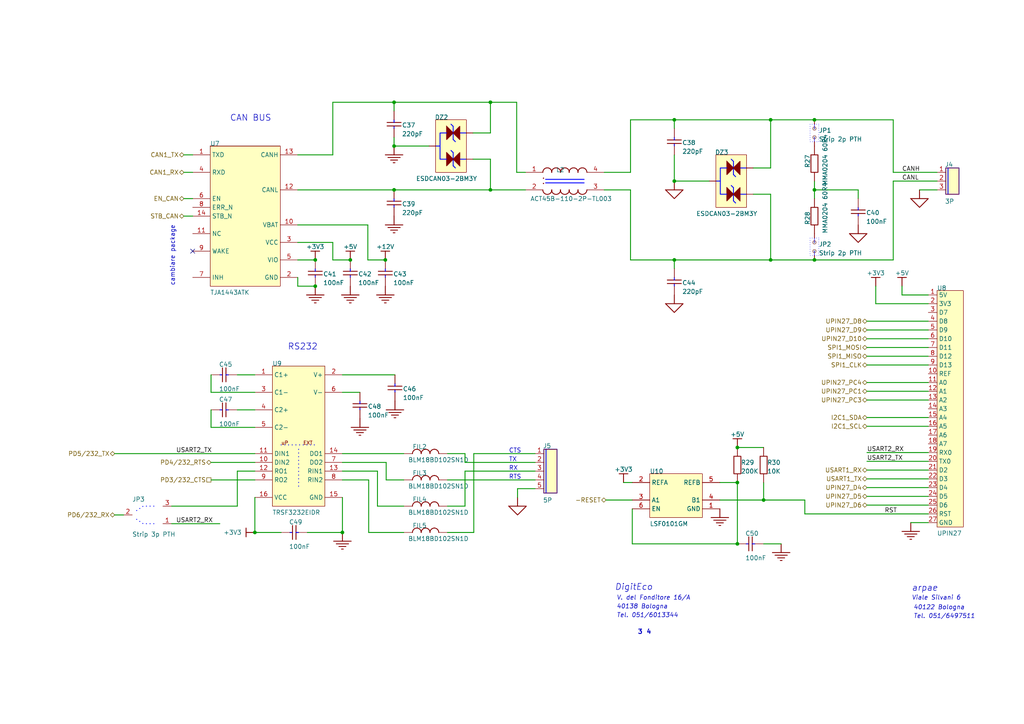
<source format=kicad_sch>
(kicad_sch (version 20230121) (generator eeschema)
  (paper "A4")
  (title_block (title "Stima V4-Master") (rev "1.0"))
  (lib_symbols
    (symbol "Stima V4 Master-altium-import:+12V" (power)
      (property "Reference" "#PWR" (at 0 0 0))
      (property "Value" "+12V" (at 0 3.81 0))
      (symbol "+12V_0_0"
        (polyline (pts (xy -1.27 -2.54) (xy 1.27 -2.54)) (stroke (width 0.254)))
        (polyline (pts (xy 0 0) (xy 0 -2.54)) (stroke (width 0.254)))
        (pin power_in line (at 0 0 0) (length 0) hide (name "+12V") (number ""))
      )
    )
    (symbol "Stima V4 Master-altium-import:+3V3" (power)
      (property "Reference" "#PWR" (at 0 0 0))
      (property "Value" "+3V3" (at 0 3.81 0))
      (symbol "+3V3_0_0"
        (polyline (pts (xy -1.27 -2.54) (xy 1.27 -2.54)) (stroke (width 0.254)))
        (polyline (pts (xy 0 0) (xy 0 -2.54)) (stroke (width 0.254)))
        (pin power_in line (at 0 0 0) (length 0) hide (name "+3V3") (number ""))
      )
    )
    (symbol "Stima V4 Master-altium-import:+5V" (power)
      (property "Reference" "#PWR" (at 0 0 0))
      (property "Value" "+5V" (at 0 3.81 0))
      (symbol "+5V_0_0"
        (polyline (pts (xy -1.27 -2.54) (xy 1.27 -2.54)) (stroke (width 0.254)))
        (polyline (pts (xy 0 0) (xy 0 -2.54)) (stroke (width 0.254)))
        (pin power_in line (at 0 0 0) (length 0) hide (name "+5V") (number ""))
      )
    )
    (symbol "Stima V4 Master-altium-import:EGND" (power)
      (property "Reference" "#PWR" (at 0 0 0))
      (property "Value" "EGND" (at 0 6.35 0))
      (symbol "EGND_0_0"
        (polyline (pts (xy 0 0) (xy 0 -2.54)) (stroke (width 0.254)))
        (polyline (pts (xy -2.54 -2.54) (xy 2.54 -2.54) (xy 0 -5.08) (xy -2.54 -2.54)) (stroke (width 0.254)))
        (pin power_in line (at 0 0 0) (length 0) hide (name "EGND") (number ""))
      )
    )
    (symbol "Stima V4 Master-altium-import:GND" (power)
      (property "Reference" "#PWR" (at 0 0 0))
      (property "Value" "GND" (at 0 6.35 0))
      (symbol "GND_0_0"
        (polyline (pts (xy -2.54 -2.54) (xy 2.54 -2.54)) (stroke (width 0.254)))
        (polyline (pts (xy -1.778 -3.302) (xy 1.778 -3.302)) (stroke (width 0.254)))
        (polyline (pts (xy -1.016 -4.064) (xy 1.016 -4.064)) (stroke (width 0.254)))
        (polyline (pts (xy -0.254 -4.826) (xy 0.254 -4.826)) (stroke (width 0.254)))
        (polyline (pts (xy 0 0) (xy 0 -2.54)) (stroke (width 0.254)))
        (pin power_in line (at 0 0 0) (length 0) hide (name "GND") (number ""))
      )
    )
    (symbol "Stima V4 Master-altium-import:root_0_ACT45B TDK"
      (symbol "root_0_ACT45B TDK_1_0"
        (polyline (pts (xy 5.842 -3.048) (xy 17.018 -3.048)) (stroke (width 0.254) (color 0 0 255 1)))
        (polyline (pts (xy 5.842 -2.032) (xy 17.018 -2.032)) (stroke (width 0.254) (color 0 0 255 1)))
        (arc (start 5.0421 -5.0955) (mid 6.3606 -6.3879) (end 7.658 -5.0743) (stroke (width 0.254)))
        (arc (start 7.5821 -5.0955) (mid 8.9006 -6.3879) (end 10.198 -5.0743) (stroke (width 0.254)))
        (arc (start 7.6579 0.0155) (mid 6.3394 1.3079) (end 5.042 -0.0057) (stroke (width 0.254)))
        (arc (start 10.1221 -5.0955) (mid 11.4406 -6.3879) (end 12.738 -5.0743) (stroke (width 0.254)))
        (arc (start 10.1979 0.0155) (mid 8.8794 1.3079) (end 7.582 -0.0057) (stroke (width 0.254)))
        (arc (start 12.6621 -5.0955) (mid 13.9806 -6.3879) (end 15.278 -5.0743) (stroke (width 0.254)))
        (arc (start 12.7379 0.0155) (mid 11.4194 1.3079) (end 10.122 -0.0057) (stroke (width 0.254)))
        (arc (start 15.2021 -5.0955) (mid 16.5206 -6.3879) (end 17.818 -5.0743) (stroke (width 0.254)))
        (arc (start 15.2779 0.0155) (mid 13.9594 1.3079) (end 12.662 -0.0057) (stroke (width 0.254)))
        (arc (start 17.8179 0.0155) (mid 16.4994 1.3079) (end 15.202 -0.0057) (stroke (width 0.254)))
        (text "." (at 5.588 -3.81 900) (effects (font (size 2.032 2.032)) (justify left bottom)))
        (text "." (at 5.588 -2.286 900) (effects (font (size 2.032 2.032)) (justify left bottom)))
        (pin passive line (at 0 0 0) (length 5.08) (name "1") (number "1"))
        (pin passive line (at 0 -5.08 0) (length 5.08) (name "2") (number "2"))
        (pin passive line (at 22.86 -5.08 180) (length 5.08) (name "3") (number "3"))
        (pin passive line (at 22.86 0 180) (length 5.08) (name "4") (number "4"))
      )
    )
    (symbol "Stima V4 Master-altium-import:root_0_BLM18BD"
      (symbol "root_0_BLM18BD_1_0"
        (arc (start 1.27 -1.27) (mid 0.372 -1.642) (end 0 -2.54) (stroke (width 0.254)))
        (arc (start 2.54 -2.54) (mid 2.168 -1.642) (end 1.27 -1.27) (stroke (width 0.254)))
        (arc (start 3.81 -1.27) (mid 2.912 -1.642) (end 2.54 -2.54) (stroke (width 0.254)))
        (arc (start 5.08 -2.54) (mid 4.708 -1.642) (end 3.81 -1.27) (stroke (width 0.254)))
        (arc (start 6.35 -1.27) (mid 5.452 -1.642) (end 5.08 -2.54) (stroke (width 0.254)))
        (arc (start 7.62 -2.54) (mid 7.248 -1.642) (end 6.35 -1.27) (stroke (width 0.254)))
        (pin passive line (at -2.54 -2.54 0) (length 2.54) (name "1") (number "1"))
        (pin passive line (at 10.16 -2.54 180) (length 2.54) (name "2") (number "2"))
      )
    )
    (symbol "Stima V4 Master-altium-import:root_0_C0603"
      (symbol "root_0_C0603_1_0"
        (polyline (pts (xy -2.032 -0.762) (xy 2.032 -0.762)) (stroke (width 0.254)))
        (polyline (pts (xy 0 -2.54) (xy 0 -1.778)) (stroke (width 0.254) (color 0 0 255 1)))
        (polyline (pts (xy 0 0) (xy 0 -0.762)) (stroke (width 0.254) (color 0 0 255 1)))
        (polyline (pts (xy 2.032 -1.778) (xy -2.032 -1.778)) (stroke (width 0.254)))
        (pin passive line (at 0 2.54 270) (length 2.54) (name "1") (number "1"))
        (pin passive line (at 0 -5.08 90) (length 2.54) (name "2") (number "2"))
      )
    )
    (symbol "Stima V4 Master-altium-import:root_0_JUMP1"
      (symbol "root_0_JUMP1_1_0"
        (polyline (pts (xy 1.27 -3.81) (xy 1.27 -5.08)) (stroke (width 0) (color 0 0 255 1)))
        (polyline (pts (xy 1.27 -1.27) (xy 1.27 0)) (stroke (width 0) (color 0 0 255 1)))
        (polyline (pts (xy 2.54 0) (xy 0 0) (xy 0 -5.08) (xy 2.54 -5.08) (xy 2.54 0)) (stroke (width 0) (type dot) (color 0 0 255 1)))
        (circle (center 1.27 -3.81) (radius 0.508) (stroke (width 0.0001)) (fill (type color) (color 192 192 192 1)))
        (circle (center 1.27 -1.27) (radius 0.508) (stroke (width 0.0001)) (fill (type color) (color 192 192 192 1)))
        (pin passive line (at 1.27 1.27 270) (length 1.27) (name "") (number "1"))
        (pin passive line (at 1.27 -6.35 90) (length 1.27) (name "") (number "2"))
      )
    )
    (symbol "Stima V4 Master-altium-import:root_0_LSF0101"
      (symbol "root_0_LSF0101_1_0"
        (rectangle (start 15.24 0) (end 0 -12.7) (fill (type background)))
        (pin power_in line (at 20.32 -10.16 180) (length 5.08) (name "GND") (number "1"))
        (pin passive line (at -5.08 -2.54 0) (length 5.08) (name "REFA") (number "2"))
        (pin passive line (at -5.08 -7.62 0) (length 5.08) (name "A1") (number "3"))
        (pin passive line (at 20.32 -7.62 180) (length 5.08) (name "B1") (number "4"))
        (pin passive line (at 20.32 -2.54 180) (length 5.08) (name "REFB") (number "5"))
        (pin passive line (at -5.08 -10.16 0) (length 5.08) (name "EN") (number "6"))
      )
    )
    (symbol "Stima V4 Master-altium-import:root_0_Mors 3p px"
      (symbol "root_0_Mors 3p px_1_0"
        (polyline (pts (xy 0.635 0) (xy 0.635 -7.62)) (stroke (width 0.254) (color 0 0 255 1)))
        (polyline (pts (xy 0 -7.62) (xy 0 0) (xy 3.81 0) (xy 3.81 -7.62) (xy 0 -7.62)) (stroke (width 0.254) (color 0 0 255 1)))
        (rectangle (start 3.81 0) (end 0 -7.62) (fill (type background)))
        (pin passive line (at -2.54 -1.27 0) (length 2.54) (name "1") (number "1"))
        (pin passive line (at -2.54 -3.81 0) (length 2.54) (name "2") (number "2"))
        (pin passive line (at -2.54 -6.35 0) (length 2.54) (name "3") (number "3"))
      )
    )
    (symbol "Stima V4 Master-altium-import:root_0_Mors 5p px"
      (symbol "root_0_Mors 5p px_1_0"
        (polyline (pts (xy 0.635 0) (xy 0.635 -12.7)) (stroke (width 0.254) (color 0 0 255 1)))
        (polyline (pts (xy 0 -12.7) (xy 0 0) (xy 3.81 0) (xy 3.81 -12.7) (xy 0 -12.7)) (stroke (width 0.254) (color 0 0 255 1)))
        (rectangle (start 3.81 0) (end 0 -12.7) (fill (type background)))
        (pin passive line (at -2.54 -1.27 0) (length 2.54) (name "1") (number "1"))
        (pin passive line (at -2.54 -3.81 0) (length 2.54) (name "2") (number "2"))
        (pin passive line (at -2.54 -6.35 0) (length 2.54) (name "3") (number "3"))
        (pin passive line (at -2.54 -8.89 0) (length 2.54) (name "4") (number "4"))
        (pin passive line (at -2.54 -11.43 0) (length 2.54) (name "5") (number "5"))
      )
    )
    (symbol "Stima V4 Master-altium-import:root_0_TJA1443A"
      (symbol "root_0_TJA1443A_1_0"
        (rectangle (start 20.32 0) (end 0 -40.64) (fill (type background)))
        (rectangle (start 20.32 0) (end 0 0) (fill (type background)))
        (pin passive line (at -5.08 -2.54 0) (length 5.08) (name "TXD") (number "1"))
        (pin power_in line (at 25.4 -22.86 180) (length 5.08) (name "VBAT") (number "10"))
        (pin passive line (at -5.08 -25.4 0) (length 5.08) (name "NC") (number "11"))
        (pin passive line (at 25.4 -12.7 180) (length 5.08) (name "CANL") (number "12"))
        (pin passive line (at 25.4 -2.54 180) (length 5.08) (name "CANH") (number "13"))
        (pin input line (at -5.08 -20.32 0) (length 5.08) (name "STB_N") (number "14"))
        (pin power_in line (at 25.4 -38.1 180) (length 5.08) (name "GND") (number "2"))
        (pin power_in line (at 25.4 -27.94 180) (length 5.08) (name "VCC") (number "3"))
        (pin passive line (at -5.08 -7.62 0) (length 5.08) (name "RXD") (number "4"))
        (pin power_in line (at 25.4 -33.02 180) (length 5.08) (name "VIO") (number "5"))
        (pin input line (at -5.08 -15.24 0) (length 5.08) (name "EN") (number "6"))
        (pin passive line (at -5.08 -38.1 0) (length 5.08) (name "INH") (number "7"))
        (pin output line (at -5.08 -17.78 0) (length 5.08) (name "ERR_N") (number "8"))
        (pin passive line (at -5.08 -30.48 0) (length 5.08) (name "WAKE") (number "9"))
      )
    )
    (symbol "Stima V4 Master-altium-import:root_0_TRSF3232EIDR"
      (symbol "root_0_TRSF3232EIDR_1_0"
        (polyline (pts (xy 2.54 -22.86) (xy 12.7 -22.86)) (stroke (width 0.254) (type dot) (color 0 0 255 1)))
        (polyline (pts (xy 7.62 -24.13) (xy 7.62 -35.56)) (stroke (width 0.254) (type dot) (color 0 0 255 1)))
        (rectangle (start 15.24 0) (end 0 -40.64) (fill (type background)))
        (text "EXT" (at 8.89 -22.86 0) (effects (font (size 1.016 1.016)) (justify left bottom)))
        (text "uP" (at 2.54 -22.86 0) (effects (font (size 1.016 1.016)) (justify left bottom)))
        (pin passive line (at -5.08 -2.54 0) (length 5.08) (name "C1+") (number "1"))
        (pin input line (at -5.08 -27.94 0) (length 5.08) (name "DIN2") (number "10"))
        (pin input line (at -5.08 -25.4 0) (length 5.08) (name "DIN1") (number "11"))
        (pin output line (at -5.08 -30.48 0) (length 5.08) (name "RO1") (number "12"))
        (pin input line (at 20.32 -30.48 180) (length 5.08) (name "RIN1") (number "13"))
        (pin output line (at 20.32 -25.4 180) (length 5.08) (name "DO1") (number "14"))
        (pin power_in line (at 20.32 -38.1 180) (length 5.08) (name "GND") (number "15"))
        (pin power_in line (at -5.08 -38.1 0) (length 5.08) (name "VCC") (number "16"))
        (pin passive line (at 20.32 -2.54 180) (length 5.08) (name "V+") (number "2"))
        (pin passive line (at -5.08 -7.62 0) (length 5.08) (name "C1-") (number "3"))
        (pin passive line (at -5.08 -12.7 0) (length 5.08) (name "C2+") (number "4"))
        (pin passive line (at -5.08 -17.78 0) (length 5.08) (name "C2-") (number "5"))
        (pin passive line (at 20.32 -7.62 180) (length 5.08) (name "V-") (number "6"))
        (pin output line (at 20.32 -27.94 180) (length 5.08) (name "DO2") (number "7"))
        (pin input line (at 20.32 -33.02 180) (length 5.08) (name "RIN2") (number "8"))
        (pin output line (at -5.08 -33.02 0) (length 5.08) (name "RO2") (number "9"))
      )
    )
    (symbol "Stima V4 Master-altium-import:root_0_UPIN27"
      (symbol "root_0_UPIN27_1_0"
        (rectangle (start 7.62 0) (end 0 -68.58) (fill (type background)))
        (pin passive line (at -2.54 -1.27 0) (length 2.54) (name "5V") (number "1"))
        (pin passive line (at -2.54 -24.13 0) (length 2.54) (name "REF") (number "10"))
        (pin passive line (at -2.54 -26.67 0) (length 2.54) (name "A0") (number "11"))
        (pin passive line (at -2.54 -29.21 0) (length 2.54) (name "A1") (number "12"))
        (pin passive line (at -2.54 -31.75 0) (length 2.54) (name "A2") (number "13"))
        (pin passive line (at -2.54 -34.29 0) (length 2.54) (name "A3") (number "14"))
        (pin passive line (at -2.54 -36.83 0) (length 2.54) (name "A4") (number "15"))
        (pin passive line (at -2.54 -39.37 0) (length 2.54) (name "A5") (number "16"))
        (pin passive line (at -2.54 -41.91 0) (length 2.54) (name "A6") (number "17"))
        (pin passive line (at -2.54 -44.45 0) (length 2.54) (name "A7") (number "18"))
        (pin passive line (at -2.54 -46.99 0) (length 2.54) (name "RX0") (number "19"))
        (pin passive line (at -2.54 -3.81 0) (length 2.54) (name "3V3") (number "2"))
        (pin passive line (at -2.54 -49.53 0) (length 2.54) (name "TX0") (number "20"))
        (pin passive line (at -2.54 -52.07 0) (length 2.54) (name "D2") (number "21"))
        (pin passive line (at -2.54 -54.61 0) (length 2.54) (name "D3") (number "22"))
        (pin passive line (at -2.54 -57.15 0) (length 2.54) (name "D4") (number "23"))
        (pin passive line (at -2.54 -59.69 0) (length 2.54) (name "D5") (number "24"))
        (pin passive line (at -2.54 -62.23 0) (length 2.54) (name "D6") (number "25"))
        (pin passive line (at -2.54 -64.77 0) (length 2.54) (name "RST") (number "26"))
        (pin passive line (at -2.54 -67.31 0) (length 2.54) (name "GND") (number "27"))
        (pin passive line (at -2.54 -6.35 0) (length 2.54) (name "D7") (number "3"))
        (pin passive line (at -2.54 -8.89 0) (length 2.54) (name "D8") (number "4"))
        (pin passive line (at -2.54 -11.43 0) (length 2.54) (name "D9") (number "5"))
        (pin passive line (at -2.54 -13.97 0) (length 2.54) (name "D10") (number "6"))
        (pin passive line (at -2.54 -16.51 0) (length 2.54) (name "D11") (number "7"))
        (pin passive line (at -2.54 -19.05 0) (length 2.54) (name "D12") (number "8"))
        (pin passive line (at -2.54 -21.59 0) (length 2.54) (name "D13") (number "9"))
      )
    )
    (symbol "Stima V4 Master-altium-import:root_1_C0603"
      (symbol "root_1_C0603_1_0"
        (polyline (pts (xy 0 0) (xy 0.762 0)) (stroke (width 0.254) (color 0 0 255 1)))
        (polyline (pts (xy 0.762 -2.032) (xy 0.762 2.032)) (stroke (width 0.254)))
        (polyline (pts (xy 1.778 2.032) (xy 1.778 -2.032)) (stroke (width 0.254)))
        (polyline (pts (xy 2.54 0) (xy 1.778 0)) (stroke (width 0.254) (color 0 0 255 1)))
        (pin passive line (at -2.54 0 0) (length 2.54) (name "1") (number "1"))
        (pin passive line (at 5.08 0 180) (length 2.54) (name "2") (number "2"))
      )
    )
    (symbol "Stima V4 Master-altium-import:root_1_Res 0603"
      (symbol "root_1_Res 0603_1_0"
        (rectangle (start 3.556 5.08) (end 1.524 0) (stroke (width 0.254)))
        (pin passive line (at 2.54 -2.54 90) (length 2.54) (name "1") (number "1"))
        (pin passive line (at 2.54 7.62 270) (length 2.54) (name "2") (number "2"))
      )
    )
    (symbol "Stima V4 Master-altium-import:root_1_Res Melf"
      (symbol "root_1_Res Melf_1_0"
        (rectangle (start 3.556 5.08) (end 1.524 0) (stroke (width 0.254)))
        (pin passive line (at 2.54 -2.54 90) (length 2.54) (name "1") (number "1"))
        (pin passive line (at 2.54 7.62 270) (length 2.54) (name "2") (number "2"))
      )
    )
    (symbol "Stima V4 Master-altium-import:root_1_mirrored_Transil bidirez doppio ESDCAN"
      (symbol "root_1_mirrored_Transil bidirez doppio ESDCAN_1_0"
        (polyline (pts (xy -5.715 3.81) (xy -4.445 3.81)) (stroke (width 0.254) (color 0 0 255 1)))
        (polyline (pts (xy -0.635 -1.905) (xy 0 -2.54)) (stroke (width 0.254) (color 0 0 255 1)))
        (polyline (pts (xy -0.635 1.905) (xy -1.27 2.54)) (stroke (width 0.254) (color 0 0 255 1)))
        (polyline (pts (xy -0.635 1.905) (xy -0.635 -1.905)) (stroke (width 0.254) (color 0 0 255 1)))
        (polyline (pts (xy -0.635 5.715) (xy 0 5.08)) (stroke (width 0.254) (color 0 0 255 1)))
        (polyline (pts (xy -0.635 9.525) (xy -1.27 10.16)) (stroke (width 0.254) (color 0 0 255 1)))
        (polyline (pts (xy -0.635 9.525) (xy -0.635 5.715)) (stroke (width 0.254) (color 0 0 255 1)))
        (polyline (pts (xy 1.27 0) (xy 3.175 0)) (stroke (width 0.254) (color 0 0 255 1)))
        (polyline (pts (xy 1.27 7.62) (xy 3.175 7.62)) (stroke (width 0.254) (color 0 0 255 1)))
        (polyline (pts (xy -2.54 0) (xy -4.445 0) (xy -4.445 7.62) (xy -2.54 7.62)) (stroke (width 0.254) (color 0 0 255 1)))
        (polyline (pts (xy -2.54 1.905) (xy -0.635 0) (xy -2.54 -1.905) (xy -2.54 1.905)) (stroke (width 0.254)) (fill (type outline)))
        (polyline (pts (xy -2.54 9.525) (xy -0.635 7.62) (xy -2.54 5.715) (xy -2.54 9.525)) (stroke (width 0.254)) (fill (type outline)))
        (polyline (pts (xy 1.27 -1.905) (xy -0.635 0) (xy 1.27 1.905) (xy 1.27 -1.905)) (stroke (width 0.254)) (fill (type outline)))
        (polyline (pts (xy 1.27 5.715) (xy -0.635 7.62) (xy 1.27 9.525) (xy 1.27 5.715)) (stroke (width 0.254)) (fill (type outline)))
        (rectangle (start 3.175 11.43) (end -5.715 -3.81) (fill (type background)))
        (pin passive line (at 5.08 0 180) (length 1.905) (name "A/K") (number "1"))
        (pin passive line (at 5.08 7.62 180) (length 1.905) (name "A/K") (number "2"))
        (pin passive line (at -7.62 3.81 0) (length 1.905) (name "A/K") (number "3"))
      )
    )
    (symbol "Stima V4 Master-altium-import:root_2_C0603"
      (symbol "root_2_C0603_1_0"
        (polyline (pts (xy -2.032 1.778) (xy 2.032 1.778)) (stroke (width 0.254)))
        (polyline (pts (xy 0 0) (xy 0 0.762)) (stroke (width 0.254) (color 0 0 255 1)))
        (polyline (pts (xy 0 2.54) (xy 0 1.778)) (stroke (width 0.254) (color 0 0 255 1)))
        (polyline (pts (xy 2.032 0.762) (xy -2.032 0.762)) (stroke (width 0.254)))
        (pin passive line (at 0 -2.54 90) (length 2.54) (name "1") (number "1"))
        (pin passive line (at 0 5.08 270) (length 2.54) (name "2") (number "2"))
      )
    )
    (symbol "Stima V4 Master-altium-import:root_2_JUMP3S"
      (symbol "root_2_JUMP3S_1_0"
        (polyline (pts (xy -6.35 1.27) (xy -4.445 0) (xy -1.27 0)) (stroke (width 0.254) (type dot) (color 0 0 255 1)))
        (polyline (pts (xy -6.35 3.81) (xy -4.445 5.08) (xy -1.27 5.08)) (stroke (width 0.254) (type dot) (color 0 0 255 1)))
        (pin passive line (at 3.81 0 180) (length 2.54) (name "1") (number "1"))
        (pin passive line (at -10.16 2.54 0) (length 2.54) (name "2") (number "2"))
        (pin passive line (at 3.81 5.08 180) (length 2.54) (name "3") (number "3"))
      )
    )
    (symbol "Stima V4 Master-altium-import:root_3_C0603"
      (symbol "root_3_C0603_1_0"
        (polyline (pts (xy -2.54 0) (xy -1.778 0)) (stroke (width 0.254) (color 0 0 255 1)))
        (polyline (pts (xy -1.778 -2.032) (xy -1.778 2.032)) (stroke (width 0.254)))
        (polyline (pts (xy -0.762 2.032) (xy -0.762 -2.032)) (stroke (width 0.254)))
        (polyline (pts (xy 0 0) (xy -0.762 0)) (stroke (width 0.254) (color 0 0 255 1)))
        (pin passive line (at 2.54 0 180) (length 2.54) (name "1") (number "1"))
        (pin passive line (at -5.08 0 0) (length 2.54) (name "2") (number "2"))
      )
    )
  )
  (junction (at 73.914 154.432))
  (junction (at 236.22 55.0672))
  (junction (at 114.3 55.0672))
  (junction (at 114.3 42.3672))
  (junction (at 114.3 29.6672))
  (junction (at 213.868 139.954))
  (junction (at 91.44 75.3872))
  (junction (at 223.52 34.7472))
  (junction (at 213.868 129.794))
  (junction (at 142.24 55.0672))
  (junction (at 236.22 75.3872))
  (junction (at 213.868 157.734))
  (junction (at 221.488 145.034))
  (junction (at 195.58 52.5272))
  (junction (at 236.22 34.7472))
  (junction (at 99.314 154.432))
  (junction (at 195.58 34.7472))
  (junction (at 223.52 75.3872))
  (junction (at 101.6 75.3872))
  (junction (at 195.58 75.3872))
  (junction (at 142.24 29.6672))
  (junction (at 111.76 75.3872))
  (junction (at 91.44 83.0072))
  (no_connect (at 55.88 72.8472))
  (wire (pts (xy 129.794 131.572) (xy 134.874 131.572)) (stroke (width 0.254)))
  (wire (pts (xy 248.92 55.0672) (xy 248.92 57.6072)) (stroke (width 0.254)))
  (wire (pts (xy 149.86 49.9872) (xy 152.4 49.9872)) (stroke (width 0.254)))
  (wire (pts (xy 254 83.0072) (xy 254 88.0872)) (stroke (width 0.254)))
  (wire (pts (xy 106.68 75.3872) (xy 111.76 75.3872)) (stroke (width 0.254)))
  (wire (pts (xy 117.094 131.572) (xy 99.314 131.572)) (stroke (width 0.254)))
  (wire (pts (xy 208.788 145.034) (xy 221.488 145.034)) (stroke (width 0.254)))
  (wire (pts (xy 73.914 144.272) (xy 73.914 154.432)) (stroke (width 0.254)))
  (wire (pts (xy 73.914 154.432) (xy 81.534 154.432)) (stroke (width 0.254)))
  (wire (pts (xy 195.58 75.3872) (xy 223.52 75.3872)) (stroke (width 0.254)))
  (wire (pts (xy 269.24 93.1672) (xy 251.46 93.1672)) (stroke (width 0.254)))
  (wire (pts (xy 182.88 49.9872) (xy 182.88 34.7472)) (stroke (width 0.254)))
  (wire (pts (xy 61.214 108.712) (xy 61.214 113.792)) (stroke (width 0.254)))
  (wire (pts (xy 142.24 46.1772) (xy 142.24 55.0672)) (stroke (width 0.254)))
  (wire (pts (xy 109.474 146.812) (xy 109.474 136.652)) (stroke (width 0.254)))
  (wire (pts (xy 114.554 108.712) (xy 99.314 108.712)) (stroke (width 0.254)))
  (wire (pts (xy 221.488 139.954) (xy 221.488 145.034)) (stroke (width 0.254)))
  (wire (pts (xy 68.834 136.652) (xy 73.914 136.652)) (stroke (width 0.254)))
  (wire (pts (xy 129.794 139.192) (xy 155.194 139.192)) (stroke (width 0.254)))
  (wire (pts (xy 134.874 136.652) (xy 155.194 136.652)) (stroke (width 0.254)))
  (wire (pts (xy 251.46 113.4872) (xy 269.24 113.4872)) (stroke (width 0.254)))
  (wire (pts (xy 112.014 139.192) (xy 112.014 134.112)) (stroke (width 0.254)))
  (wire (pts (xy 175.26 49.9872) (xy 182.88 49.9872)) (stroke (width 0.254)))
  (wire (pts (xy 261.62 85.5472) (xy 269.24 85.5472)) (stroke (width 0.254)))
  (wire (pts (xy 106.68 65.2272) (xy 106.68 75.3872)) (stroke (width 0.254)))
  (wire (pts (xy 195.58 52.5272) (xy 195.58 44.9072)) (stroke (width 0.254)))
  (wire (pts (xy 269.24 143.9672) (xy 251.46 143.9672)) (stroke (width 0.254)))
  (wire (pts (xy 259.08 52.5272) (xy 271.78 52.5272)) (stroke (width 0.254)))
  (wire (pts (xy 269.24 100.7872) (xy 251.46 100.7872)) (stroke (width 0.254)))
  (wire (pts (xy 251.46 138.8872) (xy 269.24 138.8872)) (stroke (width 0.254)))
  (wire (pts (xy 49.784 146.812) (xy 68.834 146.812)) (stroke (width 0.254)))
  (wire (pts (xy 96.52 29.6672) (xy 114.3 29.6672)) (stroke (width 0.254)))
  (wire (pts (xy 96.52 44.9072) (xy 96.52 29.6672)) (stroke (width 0.254)))
  (wire (pts (xy 223.52 75.3872) (xy 236.22 75.3872)) (stroke (width 0.254)))
  (wire (pts (xy 137.414 131.572) (xy 155.194 131.572)) (stroke (width 0.254)))
  (wire (pts (xy 129.794 154.432) (xy 137.414 154.432)) (stroke (width 0.254)))
  (wire (pts (xy 264.16 151.5872) (xy 269.24 151.5872)) (stroke (width 0.254)))
  (wire (pts (xy 86.36 75.3872) (xy 91.44 75.3872)) (stroke (width 0.254)))
  (wire (pts (xy 269.24 105.8672) (xy 251.46 105.8672)) (stroke (width 0.254)))
  (wire (pts (xy 269.24 95.7072) (xy 251.46 95.7072)) (stroke (width 0.254)))
  (wire (pts (xy 137.414 154.432) (xy 137.414 131.572)) (stroke (width 0.254)))
  (wire (pts (xy 251.46 136.3472) (xy 269.24 136.3472)) (stroke (width 0.254)))
  (wire (pts (xy 221.488 145.034) (xy 233.426 145.034)) (stroke (width 0.254)))
  (wire (pts (xy 86.36 55.0672) (xy 114.3 55.0672)) (stroke (width 0.254)))
  (wire (pts (xy 259.08 34.7472) (xy 259.08 49.9872)) (stroke (width 0.254)))
  (wire (pts (xy 117.094 139.192) (xy 112.014 139.192)) (stroke (width 0.254)))
  (wire (pts (xy 223.52 56.3372) (xy 223.52 75.3872)) (stroke (width 0.254)))
  (wire (pts (xy 68.834 146.812) (xy 68.834 136.652)) (stroke (width 0.254)))
  (wire (pts (xy 236.22 55.0672) (xy 236.22 52.5272)) (stroke (width 0.254)))
  (wire (pts (xy 89.154 154.432) (xy 99.314 154.432)) (stroke (width 0.254)))
  (wire (pts (xy 218.44 56.3372) (xy 223.52 56.3372)) (stroke (width 0.254)))
  (wire (pts (xy 61.214 118.872) (xy 61.214 123.952)) (stroke (width 0.254)))
  (wire (pts (xy 213.868 129.794) (xy 221.488 129.794)) (stroke (width 0.254)))
  (wire (pts (xy 96.52 70.3072) (xy 96.52 75.3872)) (stroke (width 0.254)))
  (wire (pts (xy 68.834 108.712) (xy 73.914 108.712)) (stroke (width 0.254)))
  (wire (pts (xy 117.094 154.432) (xy 106.934 154.432)) (stroke (width 0.254)))
  (wire (pts (xy 259.08 49.9872) (xy 271.78 49.9872)) (stroke (width 0.254)))
  (wire (pts (xy 251.46 110.9472) (xy 269.24 110.9472)) (stroke (width 0.254)))
  (wire (pts (xy 251.46 116.0272) (xy 269.24 116.0272)) (stroke (width 0.254)))
  (wire (pts (xy 183.388 147.574) (xy 183.388 157.734)) (stroke (width 0.254)))
  (wire (pts (xy 49.784 151.892) (xy 63.754 151.892)) (stroke (width 0.254)))
  (wire (pts (xy 218.44 48.7172) (xy 223.52 48.7172)) (stroke (width 0.254)))
  (wire (pts (xy 142.24 55.0672) (xy 152.4 55.0672)) (stroke (width 0.254)))
  (wire (pts (xy 142.24 29.6672) (xy 149.86 29.6672)) (stroke (width 0.254)))
  (wire (pts (xy 182.88 55.0672) (xy 182.88 75.3872)) (stroke (width 0.254)))
  (wire (pts (xy 261.62 83.0072) (xy 261.62 85.5472)) (stroke (width 0.254)))
  (wire (pts (xy 269.24 146.5072) (xy 251.46 146.5072)) (stroke (width 0.254)))
  (wire (pts (xy 233.426 145.034) (xy 233.426 149.0472)) (stroke (width 0.254)))
  (wire (pts (xy 175.26 55.0672) (xy 182.88 55.0672)) (stroke (width 0.254)))
  (wire (pts (xy 129.794 146.812) (xy 134.874 146.812)) (stroke (width 0.254)))
  (wire (pts (xy 251.46 121.1072) (xy 269.24 121.1072)) (stroke (width 0.254)))
  (wire (pts (xy 195.58 34.7472) (xy 223.52 34.7472)) (stroke (width 0.254)))
  (wire (pts (xy 213.868 139.954) (xy 208.788 139.954)) (stroke (width 0.254)))
  (wire (pts (xy 106.934 139.192) (xy 99.314 139.192)) (stroke (width 0.254)))
  (wire (pts (xy 99.314 154.432) (xy 99.314 144.272)) (stroke (width 0.254)))
  (wire (pts (xy 269.24 141.4272) (xy 251.46 141.4272)) (stroke (width 0.254)))
  (wire (pts (xy 53.34 57.6072) (xy 55.88 57.6072)) (stroke (width 0.254)))
  (wire (pts (xy 205.74 52.5272) (xy 195.58 52.5272)) (stroke (width 0.254)))
  (wire (pts (xy 223.52 48.7172) (xy 223.52 34.7472)) (stroke (width 0.254)))
  (wire (pts (xy 53.34 62.6872) (xy 55.88 62.6872)) (stroke (width 0.254)))
  (wire (pts (xy 233.426 149.0472) (xy 269.24 149.0472)) (stroke (width 0.254)))
  (wire (pts (xy 134.874 131.572) (xy 134.874 134.112)) (stroke (width 0.254)))
  (wire (pts (xy 117.094 146.812) (xy 109.474 146.812)) (stroke (width 0.254)))
  (wire (pts (xy 269.24 98.2472) (xy 251.46 98.2472)) (stroke (width 0.254)))
  (wire (pts (xy 112.014 134.112) (xy 99.314 134.112)) (stroke (width 0.254)))
  (wire (pts (xy 86.36 44.9072) (xy 96.52 44.9072)) (stroke (width 0.254)))
  (wire (pts (xy 86.36 65.2272) (xy 106.68 65.2272)) (stroke (width 0.254)))
  (wire (pts (xy 182.88 75.3872) (xy 195.58 75.3872)) (stroke (width 0.254)))
  (wire (pts (xy 183.388 157.734) (xy 213.868 157.734)) (stroke (width 0.254)))
  (wire (pts (xy 86.36 70.3072) (xy 96.52 70.3072)) (stroke (width 0.254)))
  (wire (pts (xy 86.36 80.4672) (xy 86.36 83.0072)) (stroke (width 0.254)))
  (wire (pts (xy 269.24 103.3272) (xy 251.46 103.3272)) (stroke (width 0.254)))
  (wire (pts (xy 86.36 83.0072) (xy 91.44 83.0072)) (stroke (width 0.254)))
  (wire (pts (xy 61.214 139.192) (xy 73.914 139.192)) (stroke (width 0.254)))
  (wire (pts (xy 195.58 77.9272) (xy 195.58 75.3872)) (stroke (width 0.254)))
  (wire (pts (xy 96.52 75.3872) (xy 101.6 75.3872)) (stroke (width 0.254)))
  (wire (pts (xy 109.474 136.652) (xy 99.314 136.652)) (stroke (width 0.254)))
  (wire (pts (xy 53.34 44.9072) (xy 55.88 44.9072)) (stroke (width 0.254)))
  (wire (pts (xy 269.24 133.8072) (xy 251.46 133.8072)) (stroke (width 0.254)))
  (wire (pts (xy 269.24 131.2672) (xy 251.46 131.2672)) (stroke (width 0.254)))
  (wire (pts (xy 259.08 75.3872) (xy 259.08 52.5272)) (stroke (width 0.254)))
  (wire (pts (xy 236.22 75.3872) (xy 259.08 75.3872)) (stroke (width 0.254)))
  (wire (pts (xy 236.22 57.6072) (xy 236.22 55.0672)) (stroke (width 0.254)))
  (wire (pts (xy 53.34 49.9872) (xy 55.88 49.9872)) (stroke (width 0.254)))
  (wire (pts (xy 137.16 38.5572) (xy 142.24 38.5572)) (stroke (width 0.254)))
  (wire (pts (xy 175.768 145.034) (xy 183.388 145.034)) (stroke (width 0.254)))
  (wire (pts (xy 195.58 34.7472) (xy 195.58 37.2872)) (stroke (width 0.254)))
  (wire (pts (xy 221.488 157.734) (xy 226.568 157.734)) (stroke (width 0.254)))
  (wire (pts (xy 114.3 42.3672) (xy 114.3 39.8272)) (stroke (width 0.254)))
  (wire (pts (xy 134.874 134.112) (xy 155.194 134.112)) (stroke (width 0.254)))
  (wire (pts (xy 33.274 131.572) (xy 73.914 131.572)) (stroke (width 0.254)))
  (wire (pts (xy 33.274 149.352) (xy 35.814 149.352)) (stroke (width 0.254)))
  (wire (pts (xy 251.46 123.6472) (xy 269.24 123.6472)) (stroke (width 0.254)))
  (wire (pts (xy 114.3 29.6672) (xy 142.24 29.6672)) (stroke (width 0.254)))
  (wire (pts (xy 68.834 118.872) (xy 73.914 118.872)) (stroke (width 0.254)))
  (wire (pts (xy 61.214 113.792) (xy 73.914 113.792)) (stroke (width 0.254)))
  (wire (pts (xy 182.88 34.7472) (xy 195.58 34.7472)) (stroke (width 0.254)))
  (wire (pts (xy 223.52 34.7472) (xy 236.22 34.7472)) (stroke (width 0.254)))
  (wire (pts (xy 104.394 113.792) (xy 99.314 113.792)) (stroke (width 0.254)))
  (wire (pts (xy 150.114 144.272) (xy 150.114 141.732)) (stroke (width 0.254)))
  (wire (pts (xy 61.214 134.112) (xy 73.914 134.112)) (stroke (width 0.254)))
  (wire (pts (xy 254 88.0872) (xy 269.24 88.0872)) (stroke (width 0.254)))
  (wire (pts (xy 236.22 55.0672) (xy 248.92 55.0672)) (stroke (width 0.254)))
  (wire (pts (xy 61.214 123.952) (xy 73.914 123.952)) (stroke (width 0.254)))
  (wire (pts (xy 124.46 42.3672) (xy 114.3 42.3672)) (stroke (width 0.254)))
  (wire (pts (xy 114.3 55.0672) (xy 142.24 55.0672)) (stroke (width 0.254)))
  (wire (pts (xy 142.24 38.5572) (xy 142.24 29.6672)) (stroke (width 0.254)))
  (wire (pts (xy 137.16 46.1772) (xy 142.24 46.1772)) (stroke (width 0.254)))
  (wire (pts (xy 106.934 154.432) (xy 106.934 139.192)) (stroke (width 0.254)))
  (wire (pts (xy 266.7 55.0672) (xy 271.78 55.0672)) (stroke (width 0.254)))
  (wire (pts (xy 134.874 146.812) (xy 134.874 136.652)) (stroke (width 0.254)))
  (wire (pts (xy 149.86 29.6672) (xy 149.86 49.9872)) (stroke (width 0.254)))
  (wire (pts (xy 183.388 139.954) (xy 180.848 139.954)) (stroke (width 0.254)))
  (wire (pts (xy 236.22 34.7472) (xy 259.08 34.7472)) (stroke (width 0.254)))
  (wire (pts (xy 213.868 157.734) (xy 213.868 139.954)) (stroke (width 0.254)))
  (wire (pts (xy 150.114 141.732) (xy 155.194 141.732)) (stroke (width 0.254)))
  (wire (pts (xy 114.3 29.6672) (xy 114.3 32.2072)) (stroke (width 0.254)))
  (text "RX" (at 147.574 136.652 0) (effects (font (size 1.27 1.27)) (justify left bottom)))
  (text "cambiare package" (at 50.8 83.0072 90) (effects (font (size 1.27 1.27)) (justify left bottom)))
  (text "Tel. 051/6013344" (at 178.816 179.324 0) (effects (font (size 1.27 1.27) italic) (justify left bottom)))
  (text "V. del Fonditore 16/A" (at 178.816 174.244 0) (effects (font (size 1.27 1.27) italic) (justify left bottom)))
  (text "Viale Silvani 6" (at 264.414 174.244 0) (effects (font (size 1.27 1.27) italic) (justify left bottom)))
  (text "CTS" (at 147.574 131.572 0) (effects (font (size 1.27 1.27)) (justify left bottom)))
  (text "40122 Bologna" (at 264.922 177.038 0) (effects (font (size 1.27 1.27) italic) (justify left bottom)))
  (text "${#}" (at 184.912 184.15 0) (effects (font (size 1.27 1.27) bold) (justify left bottom)))
  (text "TX" (at 147.574 134.112 0) (effects (font (size 1.27 1.27)) (justify left bottom)))
  (text "RS232" (at 83.439 101.727 0) (effects (font (size 1.778 1.778)) (justify left bottom)))
  (text "4" (at 188.976 184.15 0) (effects (font (size 1.27 1.27) bold) (justify right bottom)))
  (text "CAN BUS" (at 66.675 35.3822 0) (effects (font (size 1.778 1.778)) (justify left bottom)))
  (text "RTS" (at 147.574 139.192 0) (effects (font (size 1.27 1.27)) (justify left bottom)))
  (text "DigitEco" (at 178.308 171.45 0) (effects (font (size 1.778 1.778) italic) (justify left bottom)))
  (text "Tel. 051/6497511" (at 264.922 179.578 0) (effects (font (size 1.27 1.27) italic) (justify left bottom)))
  (text "arpae" (at 264.414 171.704 0) (effects (font (size 1.778 1.778) italic) (justify left bottom)))
  (text "40138 Bologna" (at 178.816 176.784 0) (effects (font (size 1.27 1.27) italic) (justify left bottom)))
  (label "CANH" (at 261.62 49.9872 180))
  (label "RST" (at 256.54 149.0472 180))
  (label "USART2_RX" (at 251.46 131.2672 180))
  (label "USART2_TX" (at 51.054 131.572 180))
  (label "CANL" (at 261.62 52.5272 180))
  (label "USART2_TX" (at 251.46 133.8072 180))
  (label "USART2_RX" (at 51.054 151.892 180))
  (hierarchical_label "UPIN27_D6" (shape bidirectional) (at 251.46 146.5072 180))
  (hierarchical_label "I2C1_SCL" (shape bidirectional) (at 251.46 123.6472 180))
  (hierarchical_label "USART1_TX" (shape bidirectional) (at 251.46 138.8872 180))
  (hierarchical_label "UPIN27_PC4" (shape bidirectional) (at 251.46 110.9472 180))
  (hierarchical_label "USART1_RX" (shape bidirectional) (at 251.46 136.3472 180))
  (hierarchical_label "SPI1_MISO" (shape bidirectional) (at 251.46 103.3272 180))
  (hierarchical_label "STB_CAN" (shape bidirectional) (at 53.34 62.6872 180))
  (hierarchical_label "UPIN27_D8" (shape bidirectional) (at 251.46 93.1672 180))
  (hierarchical_label "CAN1_RX" (shape bidirectional) (at 53.34 49.9872 180))
  (hierarchical_label "EN_CAN" (shape bidirectional) (at 53.34 57.6072 180))
  (hierarchical_label "UPIN27_D9" (shape bidirectional) (at 251.46 95.7072 180))
  (hierarchical_label "UPIN27_D10" (shape bidirectional) (at 251.46 98.2472 180))
  (hierarchical_label "UPIN27_D5" (shape bidirectional) (at 251.46 143.9672 180))
  (hierarchical_label "SPI1_CLK" (shape bidirectional) (at 251.46 105.8672 180))
  (hierarchical_label "UPIN27_PC1" (shape bidirectional) (at 251.46 113.4872 180))
  (hierarchical_label "UPIN27_D4" (shape bidirectional) (at 251.46 141.4272 180))
  (hierarchical_label "PD6/232_RX" (shape bidirectional) (at 33.274 149.352 180))
  (hierarchical_label "SPI1_MOSI" (shape bidirectional) (at 251.46 100.7872 180))
  (hierarchical_label "PD4/232_RTS" (shape bidirectional) (at 61.214 134.112 180))
  (hierarchical_label "UPIN27_PC3" (shape bidirectional) (at 251.46 116.0272 180))
  (hierarchical_label "CAN1_TX" (shape bidirectional) (at 53.34 44.9072 180))
  (hierarchical_label "PD3/232_CTS" (shape passive) (at 61.214 139.192 180))
  (hierarchical_label "PD5/232_TX" (shape bidirectional) (at 33.274 131.572 180))
  (hierarchical_label "I2C1_SDA" (shape bidirectional) (at 251.46 121.1072 180))
  (hierarchical_label "-RESET" (shape bidirectional) (at 175.768 145.034 180))
  (symbol (lib_id "Stima V4 Master-altium-import:root_0_ACT45B TDK") (at 152.4 49.9872 0) (unit 1)
    (property "Reference" "L2" (at 161.29 49.9872 0) (effects (justify left bottom)))
    (property "Value" "ACT45B-110-2P-TL003" (at 153.805 58.3692 0) (effects (justify left bottom)))
    (property "Footprint" "ACT45B TDK-MIO" (effects hide))
    (property "PACKAGE REFERENCE" "SMD" (effects hide))
  )
  (symbol (lib_id "Stima V4 Master-altium-import:root_0_UPIN27") (at 271.78 84.2772 0) (unit 1)
    (property "Reference" "U8" (at 271.78 84.2772 0) (effects (justify left bottom)))
    (property "Value" "UPIN27" (at 271.78 155.3972 0) (effects (justify left bottom)))
    (property "Footprint" "UPIN27" (effects hide))
  )
  (symbol (lib_id "Stima V4 Master-altium-import:root_1_mirrored_Transil bidirez doppio ESDCAN") (at 213.36 56.3372 0) (unit 1)
    (property "Reference" "DZ3" (at 207.391 44.9072 0) (effects (justify left bottom)))
    (property "Value" "ESDCAN03-2BM3Y" (at 201.93 62.6872 0) (effects (justify left bottom)))
    (property "Footprint" "QFN-3L-DFN1110-MIO" (effects hide))
    (property "PACKAGE REFERENCE" "QFN-3L also called DFN1110" (effects hide))
  )
  (symbol (lib_id "Stima V4 Master-altium-import:root_1_C0603") (at 63.754 118.872 0) (unit 1)
    (property "Reference" "C47" (at 63.5 116.586 0) (effects (justify left bottom)))
    (property "Value" "100nF" (at 63.5 123.698 0) (effects (justify left bottom)))
    (property "Footprint" "0603" (effects hide))
    (property "PACKAGE REFERENCE" "0603" (effects hide))
    (property "TYPE" "Multistrato X5R/X7R" (effects hide))
    (property "ALTIUM_VALUE" "100nF" (effects hide))
    (property "VOLTAGE" "50V" (effects hide))
  )
  (symbol (lib_id "Stima V4 Master-altium-import:GND") (at 114.3 62.6872 0) (unit 1)
    (property "Reference" "#PWR?" (effects hide))
    (property "Value" "GND" (effects hide))
  )
  (symbol (lib_id "Stima V4 Master-altium-import:GND") (at 101.6 83.0072 0) (unit 1)
    (property "Reference" "#PWR?" (effects hide))
    (property "Value" "GND" (effects hide))
  )
  (symbol (lib_id "Stima V4 Master-altium-import:GND") (at 114.554 116.332 0) (unit 1)
    (property "Reference" "#PWR?" (effects hide))
    (property "Value" "GND" (effects hide))
  )
  (symbol (lib_id "Stima V4 Master-altium-import:GND") (at 114.3 42.3672 0) (unit 1)
    (property "Reference" "#PWR?" (effects hide))
    (property "Value" "GND" (effects hide))
  )
  (symbol (lib_id "Stima V4 Master-altium-import:root_0_JUMP1") (at 234.95 36.0172 0) (unit 1)
    (property "Reference" "JP1" (at 237.49 38.5572 0) (effects (justify left bottom)))
    (property "Value" "Strip 2p PTH" (at 237.49 41.0972 0) (effects (justify left bottom)))
    (property "Footprint" "STRIP2P" (effects hide))
    (property "PACKAGE REFERENCE" "PTH" (effects hide))
  )
  (symbol (lib_id "Stima V4 Master-altium-import:GND") (at 208.788 147.574 0) (unit 1)
    (property "Reference" "#PWR?" (effects hide))
    (property "Value" "GND" (effects hide))
  )
  (symbol (lib_id "Stima V4 Master-altium-import:root_2_JUMP3S") (at 45.974 151.892 0) (unit 1)
    (property "Reference" "JP3" (at 38.341 145.542 0) (effects (justify left bottom)))
    (property "Value" "Strip 3p PTH" (at 38.341 155.702 0) (effects (justify left bottom)))
    (property "Footprint" "STRIP3PP254" (effects hide))
    (property "PACKAGE REFERENCE" "PTH" (effects hide))
  )
  (symbol (lib_id "Stima V4 Master-altium-import:root_0_C0603") (at 101.6 77.9272 0) (unit 1)
    (property "Reference" "C42" (at 103.886 80.2132 0) (effects (justify left bottom)))
    (property "Value" "100nF" (at 103.886 82.7532 0) (effects (justify left bottom)))
    (property "Footprint" "0603" (effects hide))
    (property "PACKAGE REFERENCE" "0603" (effects hide))
    (property "TYPE" "Multistrato X5R/X7R" (effects hide))
    (property "ALTIUM_VALUE" "100nF" (effects hide))
    (property "VOLTAGE" "50V" (effects hide))
  )
  (symbol (lib_id "Stima V4 Master-altium-import:GND") (at 264.16 151.5872 0) (unit 1)
    (property "Reference" "#PWR?" (effects hide))
    (property "Value" "GND" (effects hide))
  )
  (symbol (lib_id "Stima V4 Master-altium-import:root_0_BLM18BD") (at 119.634 129.032 0) (unit 1)
    (property "Reference" "FIL2" (at 119.634 130.302 0) (effects (justify left bottom)))
    (property "Value" "BLM18BD102SN1D" (at 118.364 134.112 0) (effects (justify left bottom)))
    (property "Footprint" "0603" (effects hide))
    (property "TYPE" "BLM18BD  MURATA" (effects hide))
    (property "PACKAGE REFERENCE" "0603" (effects hide))
  )
  (symbol (lib_id "Stima V4 Master-altium-import:GND") (at 99.314 154.432 0) (unit 1)
    (property "Reference" "#PWR?" (effects hide))
    (property "Value" "GND" (effects hide))
  )
  (symbol (lib_id "Stima V4 Master-altium-import:root_0_C0603") (at 91.44 77.9272 0) (unit 1)
    (property "Reference" "C41" (at 93.726 80.2132 0) (effects (justify left bottom)))
    (property "Value" "100nF" (at 93.726 82.7532 0) (effects (justify left bottom)))
    (property "Footprint" "0603" (effects hide))
    (property "PACKAGE REFERENCE" "0603" (effects hide))
    (property "TYPE" "Multistrato X5R/X7R" (effects hide))
    (property "ALTIUM_VALUE" "100nF" (effects hide))
    (property "VOLTAGE" "50V" (effects hide))
  )
  (symbol (lib_id "Stima V4 Master-altium-import:GND") (at 104.394 121.412 0) (unit 1)
    (property "Reference" "#PWR?" (effects hide))
    (property "Value" "GND" (effects hide))
  )
  (symbol (lib_id "Stima V4 Master-altium-import:+3V3") (at 73.914 154.432 270) (unit 1)
    (property "Reference" "#PWR?" (effects hide))
    (property "Value" "+3V3" (at 70.104 154.432 90) (effects (justify right)))
  )
  (symbol (lib_id "Stima V4 Master-altium-import:root_1_C0603") (at 84.074 154.432 0) (unit 1)
    (property "Reference" "C49" (at 83.82 152.146 0) (effects (justify left bottom)))
    (property "Value" "100nF" (at 83.82 159.258 0) (effects (justify left bottom)))
    (property "Footprint" "0603" (effects hide))
    (property "PACKAGE REFERENCE" "0603" (effects hide))
    (property "TYPE" "Multistrato X5R/X7R" (effects hide))
    (property "ALTIUM_VALUE" "100nF" (effects hide))
    (property "VOLTAGE" "50V" (effects hide))
  )
  (symbol (lib_id "Stima V4 Master-altium-import:root_0_Mors 5p px") (at 157.734 130.302 0) (unit 1)
    (property "Reference" "J5" (at 157.48 130.048 0) (effects (justify left bottom)))
    (property "Value" "5P" (at 157.48 145.796 0) (effects (justify left bottom)))
    (property "Footprint" "CONN_5P-P381" (effects hide))
    (property "PACKAGE REFERENCE" "PTH" (effects hide))
    (property "TYPE" "Sauro" (effects hide))
  )
  (symbol (lib_id "Stima V4 Master-altium-import:root_2_C0603") (at 111.76 80.4672 0) (unit 1)
    (property "Reference" "C43" (at 114.046 80.2132 0) (effects (justify left bottom)))
    (property "Value" "100nF" (at 114.046 82.7532 0) (effects (justify left bottom)))
    (property "Footprint" "0603" (effects hide))
    (property "PACKAGE REFERENCE" "0603" (effects hide))
    (property "TYPE" "Multistrato X5R/X7R" (effects hide))
    (property "ALTIUM_VALUE" "100nF" (effects hide))
    (property "VOLTAGE" "50V" (effects hide))
  )
  (symbol (lib_id "Stima V4 Master-altium-import:GND") (at 226.568 157.734 0) (unit 1)
    (property "Reference" "#PWR?" (effects hide))
    (property "Value" "GND" (effects hide))
  )
  (symbol (lib_id "Stima V4 Master-altium-import:root_0_JUMP1") (at 234.95 69.0372 0) (unit 1)
    (property "Reference" "JP2" (at 237.49 71.5772 0) (effects (justify left bottom)))
    (property "Value" "Strip 2p PTH" (at 237.49 74.1172 0) (effects (justify left bottom)))
    (property "Footprint" "STRIP2P" (effects hide))
    (property "PACKAGE REFERENCE" "PTH" (effects hide))
  )
  (symbol (lib_id "Stima V4 Master-altium-import:root_0_Mors 3p px") (at 274.32 48.7172 0) (unit 1)
    (property "Reference" "J4" (at 274.066 48.4632 0) (effects (justify left bottom)))
    (property "Value" "3P" (at 274.066 59.1312 0) (effects (justify left bottom)))
    (property "Footprint" "CONN_3P-P381" (effects hide))
    (property "PACKAGE REFERENCE" "PTH" (effects hide))
    (property "TYPE" "Sauro" (effects hide))
  )
  (symbol (lib_id "Stima V4 Master-altium-import:+5V") (at 101.6 75.3872 180) (unit 1)
    (property "Reference" "#PWR?" (effects hide))
    (property "Value" "+5V" (at 101.6 71.5772 0))
  )
  (symbol (lib_id "Stima V4 Master-altium-import:root_0_TJA1443A") (at 60.96 42.3672 0) (unit 1)
    (property "Reference" "U7" (at 60.96 42.3672 0) (effects (justify left bottom)))
    (property "Value" "TJA1443ATK" (at 60.96 85.5472 0) (effects (justify left bottom)))
    (property "Footprint" "HVSON14 MIO" (effects hide))
    (property "PACKAGE REFERENCE" "HVSON14" (effects hide))
    (property "PACKAGE" "AT=SO14" (effects hide))
  )
  (symbol (lib_id "Stima V4 Master-altium-import:+3V3") (at 91.44 75.3872 180) (unit 1)
    (property "Reference" "#PWR?" (effects hide))
    (property "Value" "+3V3" (at 91.44 71.5772 0))
  )
  (symbol (lib_id "Stima V4 Master-altium-import:root_2_C0603") (at 114.554 113.792 0) (unit 1)
    (property "Reference" "C46" (at 116.84 113.538 0) (effects (justify left bottom)))
    (property "Value" "100nF" (at 116.84 116.078 0) (effects (justify left bottom)))
    (property "Footprint" "0603" (effects hide))
    (property "PACKAGE REFERENCE" "0603" (effects hide))
    (property "TYPE" "Multistrato X5R/X7R" (effects hide))
    (property "ALTIUM_VALUE" "100nF" (effects hide))
    (property "VOLTAGE" "50V" (effects hide))
  )
  (symbol (lib_id "Stima V4 Master-altium-import:GND") (at 111.76 83.0072 0) (unit 1)
    (property "Reference" "#PWR?" (effects hide))
    (property "Value" "GND" (effects hide))
  )
  (symbol (lib_id "Stima V4 Master-altium-import:GND") (at 91.44 83.0072 0) (unit 1)
    (property "Reference" "#PWR?" (effects hide))
    (property "Value" "GND" (effects hide))
  )
  (symbol (lib_id "Stima V4 Master-altium-import:EGND") (at 195.58 85.5472 0) (unit 1)
    (property "Reference" "#PWR?" (effects hide))
    (property "Value" "EGND" (effects hide))
  )
  (symbol (lib_id "Stima V4 Master-altium-import:root_1_Res 0603") (at 218.948 137.414 0) (unit 1)
    (property "Reference" "R30" (at 222.504 134.874 0) (effects (justify left bottom)))
    (property "Value" "10K" (at 222.504 137.414 0) (effects (justify left bottom)))
    (property "Footprint" "0603" (effects hide))
    (property "ALTIUM_VALUE" "10K" (effects hide))
    (property "PRECISION" "1%" (effects hide))
    (property "PACKAGE REFERENCE" "0603" (effects hide))
    (property "POWER" "1/10W" (effects hide))
  )
  (symbol (lib_id "Stima V4 Master-altium-import:root_1_Res Melf") (at 233.68 49.9872 0) (unit 1)
    (property "Reference" "R27" (at 234.95 48.7172 90) (effects (justify left bottom)))
    (property "Value" "MMA0204 60R4" (at 240.03 53.7972 90) (effects (justify left bottom)))
    (property "Footprint" "MELFRESMMA0204" (effects hide))
    (property "ALTIUM_VALUE" "60R4" (effects hide))
    (property "PRECISION" "1%" (effects hide))
    (property "PACKAGE REFERENCE" "MELF" (effects hide))
    (property "POWER" "0.4W" (effects hide))
  )
  (symbol (lib_id "Stima V4 Master-altium-import:root_2_C0603") (at 114.3 60.1472 0) (unit 1)
    (property "Reference" "C39" (at 116.586 59.8932 0) (effects (justify left bottom)))
    (property "Value" "220pF" (at 116.586 62.4332 0) (effects (justify left bottom)))
    (property "Footprint" "0603" (effects hide))
    (property "PACKAGE REFERENCE" "0603" (effects hide))
    (property "TYPE" "Multistrato X5R/X7R" (effects hide))
    (property "ALTIUM_VALUE" "220pF" (effects hide))
    (property "VOLTAGE" "50V" (effects hide))
  )
  (symbol (lib_id "Stima V4 Master-altium-import:+3V3") (at 254 83.0072 180) (unit 1)
    (property "Reference" "#PWR?" (effects hide))
    (property "Value" "+3V3" (at 254 79.1972 0))
  )
  (symbol (lib_id "Stima V4 Master-altium-import:root_0_LSF0101") (at 188.468 137.414 0) (unit 1)
    (property "Reference" "U10" (at 188.468 137.414 0) (effects (justify left bottom)))
    (property "Value" "LSF0101GM" (at 188.468 152.654 0) (effects (justify left bottom)))
    (property "Footprint" "SOT363(SC70)" (effects hide))
    (property "PACKAGE REFERENCE" "SOT363" (effects hide))
  )
  (symbol (lib_id "Stima V4 Master-altium-import:root_0_BLM18BD") (at 119.634 151.892 0) (unit 1)
    (property "Reference" "FIL5" (at 119.634 153.162 0) (effects (justify left bottom)))
    (property "Value" "BLM18BD102SN1D" (at 118.364 156.972 0) (effects (justify left bottom)))
    (property "Footprint" "0603" (effects hide))
    (property "TYPE" "BLM18BD  MURATA" (effects hide))
    (property "PACKAGE REFERENCE" "0603" (effects hide))
  )
  (symbol (lib_id "Stima V4 Master-altium-import:root_3_C0603") (at 218.948 157.734 0) (unit 1)
    (property "Reference" "C50" (at 216.154 155.448 0) (effects (justify left bottom)))
    (property "Value" "100nF" (at 216.154 162.56 0) (effects (justify left bottom)))
    (property "Footprint" "0603" (effects hide))
    (property "PACKAGE REFERENCE" "0603" (effects hide))
    (property "TYPE" "Multistrato X5R/X7R" (effects hide))
    (property "ALTIUM_VALUE" "100nF" (effects hide))
    (property "VOLTAGE" "20V" (effects hide))
  )
  (symbol (lib_id "Stima V4 Master-altium-import:+12V") (at 111.76 75.3872 180) (unit 1)
    (property "Reference" "#PWR?" (effects hide))
    (property "Value" "+12V" (at 111.76 71.5772 0))
  )
  (symbol (lib_id "Stima V4 Master-altium-import:root_2_C0603") (at 195.58 42.3672 0) (unit 1)
    (property "Reference" "C38" (at 197.866 42.1132 0) (effects (justify left bottom)))
    (property "Value" "220pF" (at 197.866 44.6532 0) (effects (justify left bottom)))
    (property "Footprint" "0603" (effects hide))
    (property "PACKAGE REFERENCE" "0603" (effects hide))
    (property "TYPE" "Multistrato X5R/X7R" (effects hide))
    (property "ALTIUM_VALUE" "220pF" (effects hide))
    (property "VOLTAGE" "50V" (effects hide))
  )
  (symbol (lib_id "Stima V4 Master-altium-import:EGND") (at 195.58 52.5272 0) (unit 1)
    (property "Reference" "#PWR?" (effects hide))
    (property "Value" "EGND" (effects hide))
  )
  (symbol (lib_id "Stima V4 Master-altium-import:root_1_mirrored_Transil bidirez doppio ESDCAN") (at 132.08 46.1772 0) (unit 1)
    (property "Reference" "DZ2" (at 126.111 34.7472 0) (effects (justify left bottom)))
    (property "Value" "ESDCAN03-2BM3Y" (at 120.65 52.5272 0) (effects (justify left bottom)))
    (property "Footprint" "QFN-3L-DFN1110-MIO" (effects hide))
    (property "PACKAGE REFERENCE" "QFN-3L also called DFN1110" (effects hide))
  )
  (symbol (lib_id "Stima V4 Master-altium-import:+3V3") (at 180.848 139.954 180) (unit 1)
    (property "Reference" "#PWR?" (effects hide))
    (property "Value" "+3V3" (at 180.848 136.144 0))
  )
  (symbol (lib_id "Stima V4 Master-altium-import:root_0_BLM18BD") (at 119.634 144.272 0) (unit 1)
    (property "Reference" "FIL4" (at 119.634 145.542 0) (effects (justify left bottom)))
    (property "Value" "BLM18BD102SN1D" (at 118.364 149.352 0) (effects (justify left bottom)))
    (property "Footprint" "0603" (effects hide))
    (property "TYPE" "BLM18BD  MURATA" (effects hide))
    (property "PACKAGE REFERENCE" "0603" (effects hide))
  )
  (symbol (lib_id "Stima V4 Master-altium-import:root_1_Res 0603") (at 211.328 137.414 0) (unit 1)
    (property "Reference" "R29" (at 214.884 134.874 0) (effects (justify left bottom)))
    (property "Value" "200K" (at 214.884 137.414 0) (effects (justify left bottom)))
    (property "Footprint" "0603" (effects hide))
    (property "ALTIUM_VALUE" "200K" (effects hide))
    (property "PRECISION" "1%" (effects hide))
    (property "PACKAGE REFERENCE" "0603" (effects hide))
    (property "POWER" "1/10W" (effects hide))
  )
  (symbol (lib_id "Stima V4 Master-altium-import:root_2_C0603") (at 104.394 118.872 0) (unit 1)
    (property "Reference" "C48" (at 106.68 118.618 0) (effects (justify left bottom)))
    (property "Value" "100nF" (at 106.68 121.158 0) (effects (justify left bottom)))
    (property "Footprint" "0603" (effects hide))
    (property "PACKAGE REFERENCE" "0603" (effects hide))
    (property "TYPE" "Multistrato X5R/X7R" (effects hide))
    (property "ALTIUM_VALUE" "100nF" (effects hide))
    (property "VOLTAGE" "50V" (effects hide))
  )
  (symbol (lib_id "Stima V4 Master-altium-import:EGND") (at 150.114 144.272 0) (unit 1)
    (property "Reference" "#PWR?" (effects hide))
    (property "Value" "EGND" (effects hide))
  )
  (symbol (lib_id "Stima V4 Master-altium-import:root_2_C0603") (at 248.92 62.6872 0) (unit 1)
    (property "Reference" "C40" (at 251.206 62.4332 0) (effects (justify left bottom)))
    (property "Value" "100nF" (at 251.206 64.9732 0) (effects (justify left bottom)))
    (property "Footprint" "0603" (effects hide))
    (property "PACKAGE REFERENCE" "0603" (effects hide))
    (property "TYPE" "Multistrato X5R/X7R" (effects hide))
    (property "ALTIUM_VALUE" "100nF" (effects hide))
    (property "VOLTAGE" "50V" (effects hide))
  )
  (symbol (lib_id "Stima V4 Master-altium-import:root_2_C0603") (at 114.3 37.2872 0) (unit 1)
    (property "Reference" "C37" (at 116.586 37.0332 0) (effects (justify left bottom)))
    (property "Value" "220pF" (at 116.586 39.5732 0) (effects (justify left bottom)))
    (property "Footprint" "0603" (effects hide))
    (property "PACKAGE REFERENCE" "0603" (effects hide))
    (property "TYPE" "Multistrato X5R/X7R" (effects hide))
    (property "ALTIUM_VALUE" "220pF" (effects hide))
    (property "VOLTAGE" "50V" (effects hide))
  )
  (symbol (lib_id "Stima V4 Master-altium-import:EGND") (at 248.92 65.2272 0) (unit 1)
    (property "Reference" "#PWR?" (effects hide))
    (property "Value" "EGND" (effects hide))
  )
  (symbol (lib_id "Stima V4 Master-altium-import:EGND") (at 266.7 55.0672 0) (unit 1)
    (property "Reference" "#PWR?" (effects hide))
    (property "Value" "EGND" (effects hide))
  )
  (symbol (lib_id "Stima V4 Master-altium-import:root_0_BLM18BD") (at 119.634 136.652 0) (unit 1)
    (property "Reference" "FIL3" (at 119.634 137.922 0) (effects (justify left bottom)))
    (property "Value" "BLM18BD102SN1D" (at 118.364 141.732 0) (effects (justify left bottom)))
    (property "Footprint" "0603" (effects hide))
    (property "TYPE" "BLM18BD  MURATA" (effects hide))
    (property "PACKAGE REFERENCE" "0603" (effects hide))
  )
  (symbol (lib_id "Stima V4 Master-altium-import:root_1_C0603") (at 63.754 108.712 0) (unit 1)
    (property "Reference" "C45" (at 63.5 106.426 0) (effects (justify left bottom)))
    (property "Value" "100nF" (at 63.5 113.538 0) (effects (justify left bottom)))
    (property "Footprint" "0603" (effects hide))
    (property "PACKAGE REFERENCE" "0603" (effects hide))
    (property "TYPE" "Multistrato X5R/X7R" (effects hide))
    (property "ALTIUM_VALUE" "100nF" (effects hide))
    (property "VOLTAGE" "50V" (effects hide))
  )
  (symbol (lib_id "Stima V4 Master-altium-import:root_0_TRSF3232EIDR") (at 78.994 106.172 0) (unit 1)
    (property "Reference" "U9" (at 78.994 106.172 0) (effects (justify left bottom)))
    (property "Value" "TRSF3232EIDR" (at 78.994 149.352 0) (effects (justify left bottom)))
    (property "Footprint" "SO16" (effects hide))
    (property "PACKAGE REFERENCE" "SOIC16" (effects hide))
  )
  (symbol (lib_id "Stima V4 Master-altium-import:root_2_C0603") (at 195.58 83.0072 0) (unit 1)
    (property "Reference" "C44" (at 197.866 82.7532 0) (effects (justify left bottom)))
    (property "Value" "220pF" (at 197.866 85.2932 0) (effects (justify left bottom)))
    (property "Footprint" "0603" (effects hide))
    (property "PACKAGE REFERENCE" "0603" (effects hide))
    (property "TYPE" "Multistrato X5R/X7R" (effects hide))
    (property "ALTIUM_VALUE" "220pF" (effects hide))
    (property "VOLTAGE" "50V" (effects hide))
  )
  (symbol (lib_id "Stima V4 Master-altium-import:root_1_Res Melf") (at 233.68 65.2272 0) (unit 1)
    (property "Reference" "R28" (at 234.95 65.2272 90) (effects (justify left bottom)))
    (property "Value" "MMA0204 60R4" (at 240.03 67.7672 90) (effects (justify left bottom)))
    (property "Footprint" "MELFRESMMA0204" (effects hide))
    (property "ALTIUM_VALUE" "60R4" (effects hide))
    (property "PRECISION" "1%" (effects hide))
    (property "PACKAGE REFERENCE" "MELF" (effects hide))
    (property "POWER" "0.4W" (effects hide))
  )
  (symbol (lib_id "Stima V4 Master-altium-import:+5V") (at 213.868 129.794 180) (unit 1)
    (property "Reference" "#PWR?" (effects hide))
    (property "Value" "+5V" (at 213.868 125.984 0))
  )
  (symbol (lib_id "Stima V4 Master-altium-import:+5V") (at 261.62 83.0072 180) (unit 1)
    (property "Reference" "#PWR?" (effects hide))
    (property "Value" "+5V" (at 261.62 79.1972 0))
  )
)
</source>
